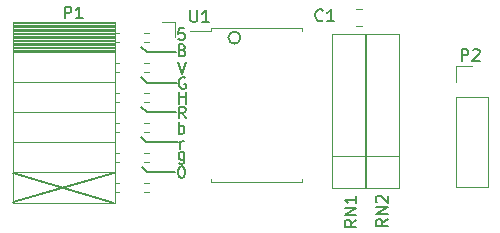
<source format=gto>
G04 #@! TF.GenerationSoftware,KiCad,Pcbnew,(5.1.4)-1*
G04 #@! TF.CreationDate,2020-10-15T03:44:07+01:00*
G04 #@! TF.ProjectId,buffer,62756666-6572-42e6-9b69-6361645f7063,rev?*
G04 #@! TF.SameCoordinates,Original*
G04 #@! TF.FileFunction,Legend,Top*
G04 #@! TF.FilePolarity,Positive*
%FSLAX46Y46*%
G04 Gerber Fmt 4.6, Leading zero omitted, Abs format (unit mm)*
G04 Created by KiCad (PCBNEW (5.1.4)-1) date 2020-10-15 03:44:07*
%MOMM*%
%LPD*%
G04 APERTURE LIST*
%ADD10C,0.150000*%
%ADD11C,0.120000*%
G04 APERTURE END LIST*
D10*
X47016782Y-34400960D02*
G75*
G03X47016782Y-34400960I-514782J0D01*
G01*
X27780800Y-48320960D02*
X36315200Y-45882560D01*
X27780800Y-45831760D02*
X36315200Y-48371760D01*
X39083800Y-45755560D02*
X41496800Y-45755560D01*
X38702800Y-45349160D02*
X39083800Y-45755560D01*
X39541000Y-43215560D02*
X41700000Y-43215560D01*
X39617200Y-38237160D02*
X41598400Y-38237160D01*
X39566400Y-40726360D02*
X41547600Y-40726360D01*
X39058400Y-35620960D02*
X41573000Y-35620960D01*
X38626600Y-35189160D02*
X39058400Y-35620960D01*
X39033000Y-43215560D02*
X38626600Y-42809160D01*
X39541000Y-43215560D02*
X39033000Y-43215560D01*
X39058400Y-40726360D02*
X38601200Y-40269160D01*
X39566400Y-40726360D02*
X39058400Y-40726360D01*
X39134600Y-38237160D02*
X38626600Y-37729160D01*
X39617200Y-38237160D02*
X39134600Y-38237160D01*
X41933371Y-43794940D02*
X41933371Y-43128274D01*
X41933371Y-43318750D02*
X41980990Y-43223512D01*
X42028609Y-43175893D01*
X42123847Y-43128274D01*
X42219085Y-43128274D01*
X42365123Y-41229540D02*
X42031790Y-40753350D01*
X41793695Y-41229540D02*
X41793695Y-40229540D01*
X42174647Y-40229540D01*
X42269885Y-40277160D01*
X42317504Y-40324779D01*
X42365123Y-40420017D01*
X42365123Y-40562874D01*
X42317504Y-40658112D01*
X42269885Y-40705731D01*
X42174647Y-40753350D01*
X41793695Y-40753350D01*
X42342904Y-37787960D02*
X42247666Y-37740340D01*
X42104809Y-37740340D01*
X41961952Y-37787960D01*
X41866714Y-37883198D01*
X41819095Y-37978436D01*
X41771476Y-38168912D01*
X41771476Y-38311769D01*
X41819095Y-38502245D01*
X41866714Y-38597483D01*
X41961952Y-38692721D01*
X42104809Y-38740340D01*
X42200047Y-38740340D01*
X42342904Y-38692721D01*
X42390523Y-38645102D01*
X42390523Y-38311769D01*
X42200047Y-38311769D01*
X41969880Y-45284140D02*
X42065119Y-45284140D01*
X42160357Y-45331760D01*
X42207976Y-45379379D01*
X42255595Y-45474617D01*
X42303214Y-45665093D01*
X42303214Y-45903188D01*
X42255595Y-46093664D01*
X42207976Y-46188902D01*
X42160357Y-46236521D01*
X42065119Y-46284140D01*
X41969880Y-46284140D01*
X41874642Y-46236521D01*
X41827023Y-46188902D01*
X41779404Y-46093664D01*
X41731785Y-45903188D01*
X41731785Y-45665093D01*
X41779404Y-45474617D01*
X41827023Y-45379379D01*
X41874642Y-45331760D01*
X41969880Y-45284140D01*
X42101628Y-35447931D02*
X42244485Y-35495550D01*
X42292104Y-35543169D01*
X42339723Y-35638407D01*
X42339723Y-35781264D01*
X42292104Y-35876502D01*
X42244485Y-35924121D01*
X42149247Y-35971740D01*
X41768295Y-35971740D01*
X41768295Y-34971740D01*
X42101628Y-34971740D01*
X42196866Y-35019360D01*
X42244485Y-35066979D01*
X42292104Y-35162217D01*
X42292104Y-35257455D01*
X42244485Y-35352693D01*
X42196866Y-35400312D01*
X42101628Y-35447931D01*
X41768295Y-35447931D01*
X42244485Y-44068074D02*
X42244485Y-44877598D01*
X42196866Y-44972836D01*
X42149247Y-45020455D01*
X42054009Y-45068074D01*
X41911152Y-45068074D01*
X41815914Y-45020455D01*
X42244485Y-44687121D02*
X42149247Y-44734740D01*
X41958771Y-44734740D01*
X41863533Y-44687121D01*
X41815914Y-44639502D01*
X41768295Y-44544264D01*
X41768295Y-44258550D01*
X41815914Y-44163312D01*
X41863533Y-44115693D01*
X41958771Y-44068074D01*
X42149247Y-44068074D01*
X42244485Y-44115693D01*
X41790514Y-42524940D02*
X41790514Y-41524940D01*
X41790514Y-41905893D02*
X41885752Y-41858274D01*
X42076228Y-41858274D01*
X42171466Y-41905893D01*
X42219085Y-41953512D01*
X42266704Y-42048750D01*
X42266704Y-42334464D01*
X42219085Y-42429702D01*
X42171466Y-42477321D01*
X42076228Y-42524940D01*
X41885752Y-42524940D01*
X41790514Y-42477321D01*
X41795285Y-39984940D02*
X41795285Y-38984940D01*
X41795285Y-39461131D02*
X42366714Y-39461131D01*
X42366714Y-39984940D02*
X42366714Y-38984940D01*
X41722266Y-36444940D02*
X42055600Y-37444940D01*
X42388933Y-36444940D01*
X42268295Y-33600140D02*
X41792104Y-33600140D01*
X41744485Y-34076331D01*
X41792104Y-34028712D01*
X41887342Y-33981093D01*
X42125438Y-33981093D01*
X42220676Y-34028712D01*
X42268295Y-34076331D01*
X42315914Y-34171569D01*
X42315914Y-34409664D01*
X42268295Y-34504902D01*
X42220676Y-34552521D01*
X42125438Y-34600140D01*
X41887342Y-34600140D01*
X41792104Y-34552521D01*
X41744485Y-34504902D01*
D11*
X54778000Y-47119360D02*
X57578000Y-47119360D01*
X57578000Y-47119360D02*
X57578000Y-34079360D01*
X57578000Y-34079360D02*
X54778000Y-34079360D01*
X54778000Y-34079360D02*
X54778000Y-47119360D01*
X54778000Y-44409360D02*
X57578000Y-44409360D01*
X65287400Y-36780160D02*
X66617400Y-36780160D01*
X65287400Y-38110160D02*
X65287400Y-36780160D01*
X65287400Y-39380160D02*
X67947400Y-39380160D01*
X67947400Y-39380160D02*
X67947400Y-47060160D01*
X65287400Y-39380160D02*
X65287400Y-47060160D01*
X65287400Y-47060160D02*
X67947400Y-47060160D01*
X27723800Y-33166360D02*
X36353800Y-33166360D01*
X27723800Y-33284455D02*
X36353800Y-33284455D01*
X27723800Y-33402550D02*
X36353800Y-33402550D01*
X27723800Y-33520645D02*
X36353800Y-33520645D01*
X27723800Y-33638740D02*
X36353800Y-33638740D01*
X27723800Y-33756835D02*
X36353800Y-33756835D01*
X27723800Y-33874930D02*
X36353800Y-33874930D01*
X27723800Y-33993025D02*
X36353800Y-33993025D01*
X27723800Y-34111120D02*
X36353800Y-34111120D01*
X27723800Y-34229215D02*
X36353800Y-34229215D01*
X27723800Y-34347310D02*
X36353800Y-34347310D01*
X27723800Y-34465405D02*
X36353800Y-34465405D01*
X27723800Y-34583500D02*
X36353800Y-34583500D01*
X27723800Y-34701595D02*
X36353800Y-34701595D01*
X27723800Y-34819690D02*
X36353800Y-34819690D01*
X27723800Y-34937785D02*
X36353800Y-34937785D01*
X27723800Y-35055880D02*
X36353800Y-35055880D01*
X27723800Y-35173975D02*
X36353800Y-35173975D01*
X27723800Y-35292070D02*
X36353800Y-35292070D01*
X27723800Y-35410165D02*
X36353800Y-35410165D01*
X27723800Y-35528260D02*
X36353800Y-35528260D01*
X36353800Y-34016360D02*
X36763800Y-34016360D01*
X38863800Y-34016360D02*
X39243800Y-34016360D01*
X36353800Y-34736360D02*
X36763800Y-34736360D01*
X38863800Y-34736360D02*
X39243800Y-34736360D01*
X36353800Y-36556360D02*
X36763800Y-36556360D01*
X38863800Y-36556360D02*
X39303800Y-36556360D01*
X36353800Y-37276360D02*
X36763800Y-37276360D01*
X38863800Y-37276360D02*
X39303800Y-37276360D01*
X36353800Y-39096360D02*
X36763800Y-39096360D01*
X38863800Y-39096360D02*
X39303800Y-39096360D01*
X36353800Y-39816360D02*
X36763800Y-39816360D01*
X38863800Y-39816360D02*
X39303800Y-39816360D01*
X36353800Y-41636360D02*
X36763800Y-41636360D01*
X38863800Y-41636360D02*
X39303800Y-41636360D01*
X36353800Y-42356360D02*
X36763800Y-42356360D01*
X38863800Y-42356360D02*
X39303800Y-42356360D01*
X36353800Y-44176360D02*
X36763800Y-44176360D01*
X38863800Y-44176360D02*
X39303800Y-44176360D01*
X36353800Y-44896360D02*
X36763800Y-44896360D01*
X38863800Y-44896360D02*
X39303800Y-44896360D01*
X36353800Y-46716360D02*
X36763800Y-46716360D01*
X38863800Y-46716360D02*
X39303800Y-46716360D01*
X36353800Y-47436360D02*
X36763800Y-47436360D01*
X38863800Y-47436360D02*
X39303800Y-47436360D01*
X27723800Y-35646360D02*
X36353800Y-35646360D01*
X27723800Y-38186360D02*
X36353800Y-38186360D01*
X27723800Y-40726360D02*
X36353800Y-40726360D01*
X27723800Y-43266360D02*
X36353800Y-43266360D01*
X27723800Y-45806360D02*
X36353800Y-45806360D01*
X27723800Y-33046360D02*
X36353800Y-33046360D01*
X36353800Y-33046360D02*
X36353800Y-48406360D01*
X27723800Y-48406360D02*
X36353800Y-48406360D01*
X27723800Y-33046360D02*
X27723800Y-48406360D01*
X41463800Y-33046360D02*
X41463800Y-34376360D01*
X40353800Y-33046360D02*
X41463800Y-33046360D01*
X48380200Y-46626760D02*
X52240200Y-46626760D01*
X52240200Y-46626760D02*
X52240200Y-46391760D01*
X48380200Y-46626760D02*
X44520200Y-46626760D01*
X44520200Y-46626760D02*
X44520200Y-46391760D01*
X48380200Y-33606760D02*
X52240200Y-33606760D01*
X52240200Y-33606760D02*
X52240200Y-33841760D01*
X48380200Y-33606760D02*
X44520200Y-33606760D01*
X44520200Y-33606760D02*
X44520200Y-33841760D01*
X44520200Y-33841760D02*
X42705200Y-33841760D01*
X57622800Y-44409360D02*
X60422800Y-44409360D01*
X57622800Y-34079360D02*
X57622800Y-47119360D01*
X60422800Y-34079360D02*
X57622800Y-34079360D01*
X60422800Y-47119360D02*
X60422800Y-34079360D01*
X57622800Y-47119360D02*
X60422800Y-47119360D01*
X57313252Y-33410960D02*
X56790748Y-33410960D01*
X57313252Y-31990960D02*
X56790748Y-31990960D01*
D10*
X56830380Y-49819836D02*
X56354190Y-50153169D01*
X56830380Y-50391264D02*
X55830380Y-50391264D01*
X55830380Y-50010312D01*
X55878000Y-49915074D01*
X55925619Y-49867455D01*
X56020857Y-49819836D01*
X56163714Y-49819836D01*
X56258952Y-49867455D01*
X56306571Y-49915074D01*
X56354190Y-50010312D01*
X56354190Y-50391264D01*
X56830380Y-49391264D02*
X55830380Y-49391264D01*
X56830380Y-48819836D01*
X55830380Y-48819836D01*
X56830380Y-47819836D02*
X56830380Y-48391264D01*
X56830380Y-48105550D02*
X55830380Y-48105550D01*
X55973238Y-48200788D01*
X56068476Y-48296026D01*
X56116095Y-48391264D01*
X65734524Y-36365440D02*
X65734524Y-35365440D01*
X66115477Y-35365440D01*
X66210715Y-35413060D01*
X66258334Y-35460679D01*
X66305953Y-35555917D01*
X66305953Y-35698774D01*
X66258334Y-35794012D01*
X66210715Y-35841631D01*
X66115477Y-35889250D01*
X65734524Y-35889250D01*
X66686905Y-35460679D02*
X66734524Y-35413060D01*
X66829762Y-35365440D01*
X67067858Y-35365440D01*
X67163096Y-35413060D01*
X67210715Y-35460679D01*
X67258334Y-35555917D01*
X67258334Y-35651155D01*
X67210715Y-35794012D01*
X66639286Y-36365440D01*
X67258334Y-36365440D01*
X32122704Y-32771340D02*
X32122704Y-31771340D01*
X32503657Y-31771340D01*
X32598895Y-31818960D01*
X32646514Y-31866579D01*
X32694133Y-31961817D01*
X32694133Y-32104674D01*
X32646514Y-32199912D01*
X32598895Y-32247531D01*
X32503657Y-32295150D01*
X32122704Y-32295150D01*
X33646514Y-32771340D02*
X33075085Y-32771340D01*
X33360800Y-32771340D02*
X33360800Y-31771340D01*
X33265561Y-31914198D01*
X33170323Y-32009436D01*
X33075085Y-32057055D01*
X42768295Y-32069140D02*
X42768295Y-32878664D01*
X42815914Y-32973902D01*
X42863533Y-33021521D01*
X42958771Y-33069140D01*
X43149247Y-33069140D01*
X43244485Y-33021521D01*
X43292104Y-32973902D01*
X43339723Y-32878664D01*
X43339723Y-32069140D01*
X44339723Y-33069140D02*
X43768295Y-33069140D01*
X44054009Y-33069140D02*
X44054009Y-32069140D01*
X43958771Y-32211998D01*
X43863533Y-32307236D01*
X43768295Y-32354855D01*
X59475180Y-49769836D02*
X58998990Y-50103169D01*
X59475180Y-50341264D02*
X58475180Y-50341264D01*
X58475180Y-49960312D01*
X58522800Y-49865074D01*
X58570419Y-49817455D01*
X58665657Y-49769836D01*
X58808514Y-49769836D01*
X58903752Y-49817455D01*
X58951371Y-49865074D01*
X58998990Y-49960312D01*
X58998990Y-50341264D01*
X59475180Y-49341264D02*
X58475180Y-49341264D01*
X59475180Y-48769836D01*
X58475180Y-48769836D01*
X58570419Y-48341264D02*
X58522800Y-48293645D01*
X58475180Y-48198407D01*
X58475180Y-47960312D01*
X58522800Y-47865074D01*
X58570419Y-47817455D01*
X58665657Y-47769836D01*
X58760895Y-47769836D01*
X58903752Y-47817455D01*
X59475180Y-48388883D01*
X59475180Y-47769836D01*
X53985333Y-32908102D02*
X53937714Y-32955721D01*
X53794857Y-33003340D01*
X53699619Y-33003340D01*
X53556761Y-32955721D01*
X53461523Y-32860483D01*
X53413904Y-32765245D01*
X53366285Y-32574769D01*
X53366285Y-32431912D01*
X53413904Y-32241436D01*
X53461523Y-32146198D01*
X53556761Y-32050960D01*
X53699619Y-32003340D01*
X53794857Y-32003340D01*
X53937714Y-32050960D01*
X53985333Y-32098579D01*
X54937714Y-33003340D02*
X54366285Y-33003340D01*
X54652000Y-33003340D02*
X54652000Y-32003340D01*
X54556761Y-32146198D01*
X54461523Y-32241436D01*
X54366285Y-32289055D01*
M02*

</source>
